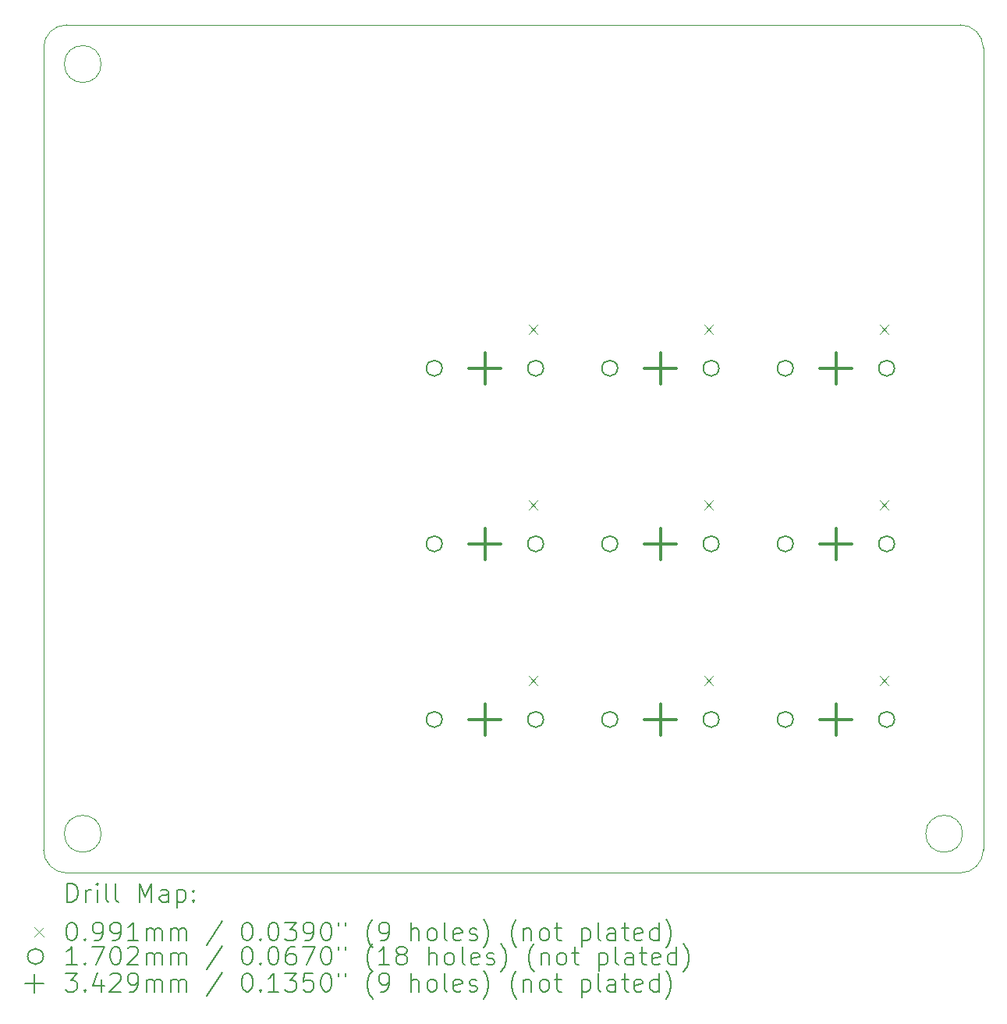
<source format=gbr>
%TF.GenerationSoftware,KiCad,Pcbnew,8.0.3*%
%TF.CreationDate,2024-07-24T11:50:29-04:00*%
%TF.ProjectId,macropad,6d616372-6f70-4616-942e-6b696361645f,1.0*%
%TF.SameCoordinates,Original*%
%TF.FileFunction,Drillmap*%
%TF.FilePolarity,Positive*%
%FSLAX45Y45*%
G04 Gerber Fmt 4.5, Leading zero omitted, Abs format (unit mm)*
G04 Created by KiCad (PCBNEW 8.0.3) date 2024-07-24 11:50:29*
%MOMM*%
%LPD*%
G01*
G04 APERTURE LIST*
%ADD10C,0.050000*%
%ADD11C,0.200000*%
%ADD12C,0.100000*%
%ADD13C,0.170180*%
%ADD14C,0.342900*%
G04 APERTURE END LIST*
D10*
X22629000Y-12825000D02*
G75*
G02*
X22229000Y-12825000I-200000J0D01*
G01*
X22229000Y-12825000D02*
G75*
G02*
X22629000Y-12825000I200000J0D01*
G01*
X13279000Y-12825000D02*
G75*
G02*
X12879000Y-12825000I-200000J0D01*
G01*
X12879000Y-12825000D02*
G75*
G02*
X13279000Y-12825000I200000J0D01*
G01*
X13279000Y-4475000D02*
G75*
G02*
X12879000Y-4475000I-200000J0D01*
G01*
X12879000Y-4475000D02*
G75*
G02*
X13279000Y-4475000I200000J0D01*
G01*
X22854000Y-13000000D02*
G75*
G02*
X22604000Y-13250000I-250000J0D01*
G01*
X22604000Y-4050000D02*
G75*
G02*
X22854000Y-4300000I0J-250000D01*
G01*
X12904000Y-13250000D02*
G75*
G02*
X12654000Y-13000000I0J250000D01*
G01*
X12654000Y-4300000D02*
G75*
G02*
X12904000Y-4050000I250000J0D01*
G01*
X22854000Y-4300000D02*
X22854000Y-13000000D01*
X22604000Y-13250000D02*
X12904000Y-13250000D01*
X12904000Y-4050000D02*
X22604000Y-4050000D01*
X12654000Y-13000000D02*
X12654000Y-4300000D01*
D11*
D12*
X17917470Y-7305470D02*
X18016530Y-7404530D01*
X18016530Y-7305470D02*
X17917470Y-7404530D01*
X17917470Y-9210470D02*
X18016530Y-9309530D01*
X18016530Y-9210470D02*
X17917470Y-9309530D01*
X17917470Y-11115470D02*
X18016530Y-11214530D01*
X18016530Y-11115470D02*
X17917470Y-11214530D01*
X19822470Y-7305470D02*
X19921530Y-7404530D01*
X19921530Y-7305470D02*
X19822470Y-7404530D01*
X19822470Y-9210470D02*
X19921530Y-9309530D01*
X19921530Y-9210470D02*
X19822470Y-9309530D01*
X19822470Y-11115470D02*
X19921530Y-11214530D01*
X19921530Y-11115470D02*
X19822470Y-11214530D01*
X21727470Y-7305470D02*
X21826530Y-7404530D01*
X21826530Y-7305470D02*
X21727470Y-7404530D01*
X21727470Y-9210470D02*
X21826530Y-9309530D01*
X21826530Y-9210470D02*
X21727470Y-9309530D01*
X21727470Y-11115470D02*
X21826530Y-11214530D01*
X21826530Y-11115470D02*
X21727470Y-11214530D01*
D13*
X16980090Y-7775000D02*
G75*
G02*
X16809910Y-7775000I-85090J0D01*
G01*
X16809910Y-7775000D02*
G75*
G02*
X16980090Y-7775000I85090J0D01*
G01*
X16980090Y-9680000D02*
G75*
G02*
X16809910Y-9680000I-85090J0D01*
G01*
X16809910Y-9680000D02*
G75*
G02*
X16980090Y-9680000I85090J0D01*
G01*
X16980090Y-11585000D02*
G75*
G02*
X16809910Y-11585000I-85090J0D01*
G01*
X16809910Y-11585000D02*
G75*
G02*
X16980090Y-11585000I85090J0D01*
G01*
X18080090Y-7775000D02*
G75*
G02*
X17909910Y-7775000I-85090J0D01*
G01*
X17909910Y-7775000D02*
G75*
G02*
X18080090Y-7775000I85090J0D01*
G01*
X18080090Y-9680000D02*
G75*
G02*
X17909910Y-9680000I-85090J0D01*
G01*
X17909910Y-9680000D02*
G75*
G02*
X18080090Y-9680000I85090J0D01*
G01*
X18080090Y-11585000D02*
G75*
G02*
X17909910Y-11585000I-85090J0D01*
G01*
X17909910Y-11585000D02*
G75*
G02*
X18080090Y-11585000I85090J0D01*
G01*
X18885090Y-7775000D02*
G75*
G02*
X18714910Y-7775000I-85090J0D01*
G01*
X18714910Y-7775000D02*
G75*
G02*
X18885090Y-7775000I85090J0D01*
G01*
X18885090Y-9680000D02*
G75*
G02*
X18714910Y-9680000I-85090J0D01*
G01*
X18714910Y-9680000D02*
G75*
G02*
X18885090Y-9680000I85090J0D01*
G01*
X18885090Y-11585000D02*
G75*
G02*
X18714910Y-11585000I-85090J0D01*
G01*
X18714910Y-11585000D02*
G75*
G02*
X18885090Y-11585000I85090J0D01*
G01*
X19985090Y-7775000D02*
G75*
G02*
X19814910Y-7775000I-85090J0D01*
G01*
X19814910Y-7775000D02*
G75*
G02*
X19985090Y-7775000I85090J0D01*
G01*
X19985090Y-9680000D02*
G75*
G02*
X19814910Y-9680000I-85090J0D01*
G01*
X19814910Y-9680000D02*
G75*
G02*
X19985090Y-9680000I85090J0D01*
G01*
X19985090Y-11585000D02*
G75*
G02*
X19814910Y-11585000I-85090J0D01*
G01*
X19814910Y-11585000D02*
G75*
G02*
X19985090Y-11585000I85090J0D01*
G01*
X20790090Y-7775000D02*
G75*
G02*
X20619910Y-7775000I-85090J0D01*
G01*
X20619910Y-7775000D02*
G75*
G02*
X20790090Y-7775000I85090J0D01*
G01*
X20790090Y-9680000D02*
G75*
G02*
X20619910Y-9680000I-85090J0D01*
G01*
X20619910Y-9680000D02*
G75*
G02*
X20790090Y-9680000I85090J0D01*
G01*
X20790090Y-11585000D02*
G75*
G02*
X20619910Y-11585000I-85090J0D01*
G01*
X20619910Y-11585000D02*
G75*
G02*
X20790090Y-11585000I85090J0D01*
G01*
X21890090Y-7775000D02*
G75*
G02*
X21719910Y-7775000I-85090J0D01*
G01*
X21719910Y-7775000D02*
G75*
G02*
X21890090Y-7775000I85090J0D01*
G01*
X21890090Y-9680000D02*
G75*
G02*
X21719910Y-9680000I-85090J0D01*
G01*
X21719910Y-9680000D02*
G75*
G02*
X21890090Y-9680000I85090J0D01*
G01*
X21890090Y-11585000D02*
G75*
G02*
X21719910Y-11585000I-85090J0D01*
G01*
X21719910Y-11585000D02*
G75*
G02*
X21890090Y-11585000I85090J0D01*
G01*
D14*
X17445000Y-7603550D02*
X17445000Y-7946450D01*
X17273550Y-7775000D02*
X17616450Y-7775000D01*
X17445000Y-9508550D02*
X17445000Y-9851450D01*
X17273550Y-9680000D02*
X17616450Y-9680000D01*
X17445000Y-11413550D02*
X17445000Y-11756450D01*
X17273550Y-11585000D02*
X17616450Y-11585000D01*
X19350000Y-7603550D02*
X19350000Y-7946450D01*
X19178550Y-7775000D02*
X19521450Y-7775000D01*
X19350000Y-9508550D02*
X19350000Y-9851450D01*
X19178550Y-9680000D02*
X19521450Y-9680000D01*
X19350000Y-11413550D02*
X19350000Y-11756450D01*
X19178550Y-11585000D02*
X19521450Y-11585000D01*
X21255000Y-7603550D02*
X21255000Y-7946450D01*
X21083550Y-7775000D02*
X21426450Y-7775000D01*
X21255000Y-9508550D02*
X21255000Y-9851450D01*
X21083550Y-9680000D02*
X21426450Y-9680000D01*
X21255000Y-11413550D02*
X21255000Y-11756450D01*
X21083550Y-11585000D02*
X21426450Y-11585000D01*
D11*
X12912277Y-13563984D02*
X12912277Y-13363984D01*
X12912277Y-13363984D02*
X12959896Y-13363984D01*
X12959896Y-13363984D02*
X12988467Y-13373508D01*
X12988467Y-13373508D02*
X13007515Y-13392555D01*
X13007515Y-13392555D02*
X13017039Y-13411603D01*
X13017039Y-13411603D02*
X13026562Y-13449698D01*
X13026562Y-13449698D02*
X13026562Y-13478269D01*
X13026562Y-13478269D02*
X13017039Y-13516365D01*
X13017039Y-13516365D02*
X13007515Y-13535412D01*
X13007515Y-13535412D02*
X12988467Y-13554460D01*
X12988467Y-13554460D02*
X12959896Y-13563984D01*
X12959896Y-13563984D02*
X12912277Y-13563984D01*
X13112277Y-13563984D02*
X13112277Y-13430650D01*
X13112277Y-13468746D02*
X13121801Y-13449698D01*
X13121801Y-13449698D02*
X13131324Y-13440174D01*
X13131324Y-13440174D02*
X13150372Y-13430650D01*
X13150372Y-13430650D02*
X13169420Y-13430650D01*
X13236086Y-13563984D02*
X13236086Y-13430650D01*
X13236086Y-13363984D02*
X13226562Y-13373508D01*
X13226562Y-13373508D02*
X13236086Y-13383031D01*
X13236086Y-13383031D02*
X13245610Y-13373508D01*
X13245610Y-13373508D02*
X13236086Y-13363984D01*
X13236086Y-13363984D02*
X13236086Y-13383031D01*
X13359896Y-13563984D02*
X13340848Y-13554460D01*
X13340848Y-13554460D02*
X13331324Y-13535412D01*
X13331324Y-13535412D02*
X13331324Y-13363984D01*
X13464658Y-13563984D02*
X13445610Y-13554460D01*
X13445610Y-13554460D02*
X13436086Y-13535412D01*
X13436086Y-13535412D02*
X13436086Y-13363984D01*
X13693229Y-13563984D02*
X13693229Y-13363984D01*
X13693229Y-13363984D02*
X13759896Y-13506841D01*
X13759896Y-13506841D02*
X13826562Y-13363984D01*
X13826562Y-13363984D02*
X13826562Y-13563984D01*
X14007515Y-13563984D02*
X14007515Y-13459222D01*
X14007515Y-13459222D02*
X13997991Y-13440174D01*
X13997991Y-13440174D02*
X13978943Y-13430650D01*
X13978943Y-13430650D02*
X13940848Y-13430650D01*
X13940848Y-13430650D02*
X13921801Y-13440174D01*
X14007515Y-13554460D02*
X13988467Y-13563984D01*
X13988467Y-13563984D02*
X13940848Y-13563984D01*
X13940848Y-13563984D02*
X13921801Y-13554460D01*
X13921801Y-13554460D02*
X13912277Y-13535412D01*
X13912277Y-13535412D02*
X13912277Y-13516365D01*
X13912277Y-13516365D02*
X13921801Y-13497317D01*
X13921801Y-13497317D02*
X13940848Y-13487793D01*
X13940848Y-13487793D02*
X13988467Y-13487793D01*
X13988467Y-13487793D02*
X14007515Y-13478269D01*
X14102753Y-13430650D02*
X14102753Y-13630650D01*
X14102753Y-13440174D02*
X14121801Y-13430650D01*
X14121801Y-13430650D02*
X14159896Y-13430650D01*
X14159896Y-13430650D02*
X14178943Y-13440174D01*
X14178943Y-13440174D02*
X14188467Y-13449698D01*
X14188467Y-13449698D02*
X14197991Y-13468746D01*
X14197991Y-13468746D02*
X14197991Y-13525888D01*
X14197991Y-13525888D02*
X14188467Y-13544936D01*
X14188467Y-13544936D02*
X14178943Y-13554460D01*
X14178943Y-13554460D02*
X14159896Y-13563984D01*
X14159896Y-13563984D02*
X14121801Y-13563984D01*
X14121801Y-13563984D02*
X14102753Y-13554460D01*
X14283705Y-13544936D02*
X14293229Y-13554460D01*
X14293229Y-13554460D02*
X14283705Y-13563984D01*
X14283705Y-13563984D02*
X14274182Y-13554460D01*
X14274182Y-13554460D02*
X14283705Y-13544936D01*
X14283705Y-13544936D02*
X14283705Y-13563984D01*
X14283705Y-13440174D02*
X14293229Y-13449698D01*
X14293229Y-13449698D02*
X14283705Y-13459222D01*
X14283705Y-13459222D02*
X14274182Y-13449698D01*
X14274182Y-13449698D02*
X14283705Y-13440174D01*
X14283705Y-13440174D02*
X14283705Y-13459222D01*
D12*
X12552440Y-13842970D02*
X12651500Y-13942030D01*
X12651500Y-13842970D02*
X12552440Y-13942030D01*
D11*
X12950372Y-13783984D02*
X12969420Y-13783984D01*
X12969420Y-13783984D02*
X12988467Y-13793508D01*
X12988467Y-13793508D02*
X12997991Y-13803031D01*
X12997991Y-13803031D02*
X13007515Y-13822079D01*
X13007515Y-13822079D02*
X13017039Y-13860174D01*
X13017039Y-13860174D02*
X13017039Y-13907793D01*
X13017039Y-13907793D02*
X13007515Y-13945888D01*
X13007515Y-13945888D02*
X12997991Y-13964936D01*
X12997991Y-13964936D02*
X12988467Y-13974460D01*
X12988467Y-13974460D02*
X12969420Y-13983984D01*
X12969420Y-13983984D02*
X12950372Y-13983984D01*
X12950372Y-13983984D02*
X12931324Y-13974460D01*
X12931324Y-13974460D02*
X12921801Y-13964936D01*
X12921801Y-13964936D02*
X12912277Y-13945888D01*
X12912277Y-13945888D02*
X12902753Y-13907793D01*
X12902753Y-13907793D02*
X12902753Y-13860174D01*
X12902753Y-13860174D02*
X12912277Y-13822079D01*
X12912277Y-13822079D02*
X12921801Y-13803031D01*
X12921801Y-13803031D02*
X12931324Y-13793508D01*
X12931324Y-13793508D02*
X12950372Y-13783984D01*
X13102753Y-13964936D02*
X13112277Y-13974460D01*
X13112277Y-13974460D02*
X13102753Y-13983984D01*
X13102753Y-13983984D02*
X13093229Y-13974460D01*
X13093229Y-13974460D02*
X13102753Y-13964936D01*
X13102753Y-13964936D02*
X13102753Y-13983984D01*
X13207515Y-13983984D02*
X13245610Y-13983984D01*
X13245610Y-13983984D02*
X13264658Y-13974460D01*
X13264658Y-13974460D02*
X13274182Y-13964936D01*
X13274182Y-13964936D02*
X13293229Y-13936365D01*
X13293229Y-13936365D02*
X13302753Y-13898269D01*
X13302753Y-13898269D02*
X13302753Y-13822079D01*
X13302753Y-13822079D02*
X13293229Y-13803031D01*
X13293229Y-13803031D02*
X13283705Y-13793508D01*
X13283705Y-13793508D02*
X13264658Y-13783984D01*
X13264658Y-13783984D02*
X13226562Y-13783984D01*
X13226562Y-13783984D02*
X13207515Y-13793508D01*
X13207515Y-13793508D02*
X13197991Y-13803031D01*
X13197991Y-13803031D02*
X13188467Y-13822079D01*
X13188467Y-13822079D02*
X13188467Y-13869698D01*
X13188467Y-13869698D02*
X13197991Y-13888746D01*
X13197991Y-13888746D02*
X13207515Y-13898269D01*
X13207515Y-13898269D02*
X13226562Y-13907793D01*
X13226562Y-13907793D02*
X13264658Y-13907793D01*
X13264658Y-13907793D02*
X13283705Y-13898269D01*
X13283705Y-13898269D02*
X13293229Y-13888746D01*
X13293229Y-13888746D02*
X13302753Y-13869698D01*
X13397991Y-13983984D02*
X13436086Y-13983984D01*
X13436086Y-13983984D02*
X13455134Y-13974460D01*
X13455134Y-13974460D02*
X13464658Y-13964936D01*
X13464658Y-13964936D02*
X13483705Y-13936365D01*
X13483705Y-13936365D02*
X13493229Y-13898269D01*
X13493229Y-13898269D02*
X13493229Y-13822079D01*
X13493229Y-13822079D02*
X13483705Y-13803031D01*
X13483705Y-13803031D02*
X13474182Y-13793508D01*
X13474182Y-13793508D02*
X13455134Y-13783984D01*
X13455134Y-13783984D02*
X13417039Y-13783984D01*
X13417039Y-13783984D02*
X13397991Y-13793508D01*
X13397991Y-13793508D02*
X13388467Y-13803031D01*
X13388467Y-13803031D02*
X13378943Y-13822079D01*
X13378943Y-13822079D02*
X13378943Y-13869698D01*
X13378943Y-13869698D02*
X13388467Y-13888746D01*
X13388467Y-13888746D02*
X13397991Y-13898269D01*
X13397991Y-13898269D02*
X13417039Y-13907793D01*
X13417039Y-13907793D02*
X13455134Y-13907793D01*
X13455134Y-13907793D02*
X13474182Y-13898269D01*
X13474182Y-13898269D02*
X13483705Y-13888746D01*
X13483705Y-13888746D02*
X13493229Y-13869698D01*
X13683705Y-13983984D02*
X13569420Y-13983984D01*
X13626562Y-13983984D02*
X13626562Y-13783984D01*
X13626562Y-13783984D02*
X13607515Y-13812555D01*
X13607515Y-13812555D02*
X13588467Y-13831603D01*
X13588467Y-13831603D02*
X13569420Y-13841127D01*
X13769420Y-13983984D02*
X13769420Y-13850650D01*
X13769420Y-13869698D02*
X13778943Y-13860174D01*
X13778943Y-13860174D02*
X13797991Y-13850650D01*
X13797991Y-13850650D02*
X13826563Y-13850650D01*
X13826563Y-13850650D02*
X13845610Y-13860174D01*
X13845610Y-13860174D02*
X13855134Y-13879222D01*
X13855134Y-13879222D02*
X13855134Y-13983984D01*
X13855134Y-13879222D02*
X13864658Y-13860174D01*
X13864658Y-13860174D02*
X13883705Y-13850650D01*
X13883705Y-13850650D02*
X13912277Y-13850650D01*
X13912277Y-13850650D02*
X13931324Y-13860174D01*
X13931324Y-13860174D02*
X13940848Y-13879222D01*
X13940848Y-13879222D02*
X13940848Y-13983984D01*
X14036086Y-13983984D02*
X14036086Y-13850650D01*
X14036086Y-13869698D02*
X14045610Y-13860174D01*
X14045610Y-13860174D02*
X14064658Y-13850650D01*
X14064658Y-13850650D02*
X14093229Y-13850650D01*
X14093229Y-13850650D02*
X14112277Y-13860174D01*
X14112277Y-13860174D02*
X14121801Y-13879222D01*
X14121801Y-13879222D02*
X14121801Y-13983984D01*
X14121801Y-13879222D02*
X14131324Y-13860174D01*
X14131324Y-13860174D02*
X14150372Y-13850650D01*
X14150372Y-13850650D02*
X14178943Y-13850650D01*
X14178943Y-13850650D02*
X14197991Y-13860174D01*
X14197991Y-13860174D02*
X14207515Y-13879222D01*
X14207515Y-13879222D02*
X14207515Y-13983984D01*
X14597991Y-13774460D02*
X14426563Y-14031603D01*
X14855134Y-13783984D02*
X14874182Y-13783984D01*
X14874182Y-13783984D02*
X14893229Y-13793508D01*
X14893229Y-13793508D02*
X14902753Y-13803031D01*
X14902753Y-13803031D02*
X14912277Y-13822079D01*
X14912277Y-13822079D02*
X14921801Y-13860174D01*
X14921801Y-13860174D02*
X14921801Y-13907793D01*
X14921801Y-13907793D02*
X14912277Y-13945888D01*
X14912277Y-13945888D02*
X14902753Y-13964936D01*
X14902753Y-13964936D02*
X14893229Y-13974460D01*
X14893229Y-13974460D02*
X14874182Y-13983984D01*
X14874182Y-13983984D02*
X14855134Y-13983984D01*
X14855134Y-13983984D02*
X14836086Y-13974460D01*
X14836086Y-13974460D02*
X14826563Y-13964936D01*
X14826563Y-13964936D02*
X14817039Y-13945888D01*
X14817039Y-13945888D02*
X14807515Y-13907793D01*
X14807515Y-13907793D02*
X14807515Y-13860174D01*
X14807515Y-13860174D02*
X14817039Y-13822079D01*
X14817039Y-13822079D02*
X14826563Y-13803031D01*
X14826563Y-13803031D02*
X14836086Y-13793508D01*
X14836086Y-13793508D02*
X14855134Y-13783984D01*
X15007515Y-13964936D02*
X15017039Y-13974460D01*
X15017039Y-13974460D02*
X15007515Y-13983984D01*
X15007515Y-13983984D02*
X14997991Y-13974460D01*
X14997991Y-13974460D02*
X15007515Y-13964936D01*
X15007515Y-13964936D02*
X15007515Y-13983984D01*
X15140848Y-13783984D02*
X15159896Y-13783984D01*
X15159896Y-13783984D02*
X15178944Y-13793508D01*
X15178944Y-13793508D02*
X15188467Y-13803031D01*
X15188467Y-13803031D02*
X15197991Y-13822079D01*
X15197991Y-13822079D02*
X15207515Y-13860174D01*
X15207515Y-13860174D02*
X15207515Y-13907793D01*
X15207515Y-13907793D02*
X15197991Y-13945888D01*
X15197991Y-13945888D02*
X15188467Y-13964936D01*
X15188467Y-13964936D02*
X15178944Y-13974460D01*
X15178944Y-13974460D02*
X15159896Y-13983984D01*
X15159896Y-13983984D02*
X15140848Y-13983984D01*
X15140848Y-13983984D02*
X15121801Y-13974460D01*
X15121801Y-13974460D02*
X15112277Y-13964936D01*
X15112277Y-13964936D02*
X15102753Y-13945888D01*
X15102753Y-13945888D02*
X15093229Y-13907793D01*
X15093229Y-13907793D02*
X15093229Y-13860174D01*
X15093229Y-13860174D02*
X15102753Y-13822079D01*
X15102753Y-13822079D02*
X15112277Y-13803031D01*
X15112277Y-13803031D02*
X15121801Y-13793508D01*
X15121801Y-13793508D02*
X15140848Y-13783984D01*
X15274182Y-13783984D02*
X15397991Y-13783984D01*
X15397991Y-13783984D02*
X15331325Y-13860174D01*
X15331325Y-13860174D02*
X15359896Y-13860174D01*
X15359896Y-13860174D02*
X15378944Y-13869698D01*
X15378944Y-13869698D02*
X15388467Y-13879222D01*
X15388467Y-13879222D02*
X15397991Y-13898269D01*
X15397991Y-13898269D02*
X15397991Y-13945888D01*
X15397991Y-13945888D02*
X15388467Y-13964936D01*
X15388467Y-13964936D02*
X15378944Y-13974460D01*
X15378944Y-13974460D02*
X15359896Y-13983984D01*
X15359896Y-13983984D02*
X15302753Y-13983984D01*
X15302753Y-13983984D02*
X15283706Y-13974460D01*
X15283706Y-13974460D02*
X15274182Y-13964936D01*
X15493229Y-13983984D02*
X15531325Y-13983984D01*
X15531325Y-13983984D02*
X15550372Y-13974460D01*
X15550372Y-13974460D02*
X15559896Y-13964936D01*
X15559896Y-13964936D02*
X15578944Y-13936365D01*
X15578944Y-13936365D02*
X15588467Y-13898269D01*
X15588467Y-13898269D02*
X15588467Y-13822079D01*
X15588467Y-13822079D02*
X15578944Y-13803031D01*
X15578944Y-13803031D02*
X15569420Y-13793508D01*
X15569420Y-13793508D02*
X15550372Y-13783984D01*
X15550372Y-13783984D02*
X15512277Y-13783984D01*
X15512277Y-13783984D02*
X15493229Y-13793508D01*
X15493229Y-13793508D02*
X15483706Y-13803031D01*
X15483706Y-13803031D02*
X15474182Y-13822079D01*
X15474182Y-13822079D02*
X15474182Y-13869698D01*
X15474182Y-13869698D02*
X15483706Y-13888746D01*
X15483706Y-13888746D02*
X15493229Y-13898269D01*
X15493229Y-13898269D02*
X15512277Y-13907793D01*
X15512277Y-13907793D02*
X15550372Y-13907793D01*
X15550372Y-13907793D02*
X15569420Y-13898269D01*
X15569420Y-13898269D02*
X15578944Y-13888746D01*
X15578944Y-13888746D02*
X15588467Y-13869698D01*
X15712277Y-13783984D02*
X15731325Y-13783984D01*
X15731325Y-13783984D02*
X15750372Y-13793508D01*
X15750372Y-13793508D02*
X15759896Y-13803031D01*
X15759896Y-13803031D02*
X15769420Y-13822079D01*
X15769420Y-13822079D02*
X15778944Y-13860174D01*
X15778944Y-13860174D02*
X15778944Y-13907793D01*
X15778944Y-13907793D02*
X15769420Y-13945888D01*
X15769420Y-13945888D02*
X15759896Y-13964936D01*
X15759896Y-13964936D02*
X15750372Y-13974460D01*
X15750372Y-13974460D02*
X15731325Y-13983984D01*
X15731325Y-13983984D02*
X15712277Y-13983984D01*
X15712277Y-13983984D02*
X15693229Y-13974460D01*
X15693229Y-13974460D02*
X15683706Y-13964936D01*
X15683706Y-13964936D02*
X15674182Y-13945888D01*
X15674182Y-13945888D02*
X15664658Y-13907793D01*
X15664658Y-13907793D02*
X15664658Y-13860174D01*
X15664658Y-13860174D02*
X15674182Y-13822079D01*
X15674182Y-13822079D02*
X15683706Y-13803031D01*
X15683706Y-13803031D02*
X15693229Y-13793508D01*
X15693229Y-13793508D02*
X15712277Y-13783984D01*
X15855134Y-13783984D02*
X15855134Y-13822079D01*
X15931325Y-13783984D02*
X15931325Y-13822079D01*
X16226563Y-14060174D02*
X16217039Y-14050650D01*
X16217039Y-14050650D02*
X16197991Y-14022079D01*
X16197991Y-14022079D02*
X16188468Y-14003031D01*
X16188468Y-14003031D02*
X16178944Y-13974460D01*
X16178944Y-13974460D02*
X16169420Y-13926841D01*
X16169420Y-13926841D02*
X16169420Y-13888746D01*
X16169420Y-13888746D02*
X16178944Y-13841127D01*
X16178944Y-13841127D02*
X16188468Y-13812555D01*
X16188468Y-13812555D02*
X16197991Y-13793508D01*
X16197991Y-13793508D02*
X16217039Y-13764936D01*
X16217039Y-13764936D02*
X16226563Y-13755412D01*
X16312277Y-13983984D02*
X16350372Y-13983984D01*
X16350372Y-13983984D02*
X16369420Y-13974460D01*
X16369420Y-13974460D02*
X16378944Y-13964936D01*
X16378944Y-13964936D02*
X16397991Y-13936365D01*
X16397991Y-13936365D02*
X16407515Y-13898269D01*
X16407515Y-13898269D02*
X16407515Y-13822079D01*
X16407515Y-13822079D02*
X16397991Y-13803031D01*
X16397991Y-13803031D02*
X16388468Y-13793508D01*
X16388468Y-13793508D02*
X16369420Y-13783984D01*
X16369420Y-13783984D02*
X16331325Y-13783984D01*
X16331325Y-13783984D02*
X16312277Y-13793508D01*
X16312277Y-13793508D02*
X16302753Y-13803031D01*
X16302753Y-13803031D02*
X16293229Y-13822079D01*
X16293229Y-13822079D02*
X16293229Y-13869698D01*
X16293229Y-13869698D02*
X16302753Y-13888746D01*
X16302753Y-13888746D02*
X16312277Y-13898269D01*
X16312277Y-13898269D02*
X16331325Y-13907793D01*
X16331325Y-13907793D02*
X16369420Y-13907793D01*
X16369420Y-13907793D02*
X16388468Y-13898269D01*
X16388468Y-13898269D02*
X16397991Y-13888746D01*
X16397991Y-13888746D02*
X16407515Y-13869698D01*
X16645610Y-13983984D02*
X16645610Y-13783984D01*
X16731325Y-13983984D02*
X16731325Y-13879222D01*
X16731325Y-13879222D02*
X16721801Y-13860174D01*
X16721801Y-13860174D02*
X16702753Y-13850650D01*
X16702753Y-13850650D02*
X16674182Y-13850650D01*
X16674182Y-13850650D02*
X16655134Y-13860174D01*
X16655134Y-13860174D02*
X16645610Y-13869698D01*
X16855134Y-13983984D02*
X16836087Y-13974460D01*
X16836087Y-13974460D02*
X16826563Y-13964936D01*
X16826563Y-13964936D02*
X16817039Y-13945888D01*
X16817039Y-13945888D02*
X16817039Y-13888746D01*
X16817039Y-13888746D02*
X16826563Y-13869698D01*
X16826563Y-13869698D02*
X16836087Y-13860174D01*
X16836087Y-13860174D02*
X16855134Y-13850650D01*
X16855134Y-13850650D02*
X16883706Y-13850650D01*
X16883706Y-13850650D02*
X16902753Y-13860174D01*
X16902753Y-13860174D02*
X16912277Y-13869698D01*
X16912277Y-13869698D02*
X16921801Y-13888746D01*
X16921801Y-13888746D02*
X16921801Y-13945888D01*
X16921801Y-13945888D02*
X16912277Y-13964936D01*
X16912277Y-13964936D02*
X16902753Y-13974460D01*
X16902753Y-13974460D02*
X16883706Y-13983984D01*
X16883706Y-13983984D02*
X16855134Y-13983984D01*
X17036087Y-13983984D02*
X17017039Y-13974460D01*
X17017039Y-13974460D02*
X17007515Y-13955412D01*
X17007515Y-13955412D02*
X17007515Y-13783984D01*
X17188468Y-13974460D02*
X17169420Y-13983984D01*
X17169420Y-13983984D02*
X17131325Y-13983984D01*
X17131325Y-13983984D02*
X17112277Y-13974460D01*
X17112277Y-13974460D02*
X17102753Y-13955412D01*
X17102753Y-13955412D02*
X17102753Y-13879222D01*
X17102753Y-13879222D02*
X17112277Y-13860174D01*
X17112277Y-13860174D02*
X17131325Y-13850650D01*
X17131325Y-13850650D02*
X17169420Y-13850650D01*
X17169420Y-13850650D02*
X17188468Y-13860174D01*
X17188468Y-13860174D02*
X17197992Y-13879222D01*
X17197992Y-13879222D02*
X17197992Y-13898269D01*
X17197992Y-13898269D02*
X17102753Y-13917317D01*
X17274182Y-13974460D02*
X17293230Y-13983984D01*
X17293230Y-13983984D02*
X17331325Y-13983984D01*
X17331325Y-13983984D02*
X17350373Y-13974460D01*
X17350373Y-13974460D02*
X17359896Y-13955412D01*
X17359896Y-13955412D02*
X17359896Y-13945888D01*
X17359896Y-13945888D02*
X17350373Y-13926841D01*
X17350373Y-13926841D02*
X17331325Y-13917317D01*
X17331325Y-13917317D02*
X17302753Y-13917317D01*
X17302753Y-13917317D02*
X17283706Y-13907793D01*
X17283706Y-13907793D02*
X17274182Y-13888746D01*
X17274182Y-13888746D02*
X17274182Y-13879222D01*
X17274182Y-13879222D02*
X17283706Y-13860174D01*
X17283706Y-13860174D02*
X17302753Y-13850650D01*
X17302753Y-13850650D02*
X17331325Y-13850650D01*
X17331325Y-13850650D02*
X17350373Y-13860174D01*
X17426563Y-14060174D02*
X17436087Y-14050650D01*
X17436087Y-14050650D02*
X17455134Y-14022079D01*
X17455134Y-14022079D02*
X17464658Y-14003031D01*
X17464658Y-14003031D02*
X17474182Y-13974460D01*
X17474182Y-13974460D02*
X17483706Y-13926841D01*
X17483706Y-13926841D02*
X17483706Y-13888746D01*
X17483706Y-13888746D02*
X17474182Y-13841127D01*
X17474182Y-13841127D02*
X17464658Y-13812555D01*
X17464658Y-13812555D02*
X17455134Y-13793508D01*
X17455134Y-13793508D02*
X17436087Y-13764936D01*
X17436087Y-13764936D02*
X17426563Y-13755412D01*
X17788468Y-14060174D02*
X17778944Y-14050650D01*
X17778944Y-14050650D02*
X17759896Y-14022079D01*
X17759896Y-14022079D02*
X17750373Y-14003031D01*
X17750373Y-14003031D02*
X17740849Y-13974460D01*
X17740849Y-13974460D02*
X17731325Y-13926841D01*
X17731325Y-13926841D02*
X17731325Y-13888746D01*
X17731325Y-13888746D02*
X17740849Y-13841127D01*
X17740849Y-13841127D02*
X17750373Y-13812555D01*
X17750373Y-13812555D02*
X17759896Y-13793508D01*
X17759896Y-13793508D02*
X17778944Y-13764936D01*
X17778944Y-13764936D02*
X17788468Y-13755412D01*
X17864658Y-13850650D02*
X17864658Y-13983984D01*
X17864658Y-13869698D02*
X17874182Y-13860174D01*
X17874182Y-13860174D02*
X17893230Y-13850650D01*
X17893230Y-13850650D02*
X17921801Y-13850650D01*
X17921801Y-13850650D02*
X17940849Y-13860174D01*
X17940849Y-13860174D02*
X17950373Y-13879222D01*
X17950373Y-13879222D02*
X17950373Y-13983984D01*
X18074182Y-13983984D02*
X18055134Y-13974460D01*
X18055134Y-13974460D02*
X18045611Y-13964936D01*
X18045611Y-13964936D02*
X18036087Y-13945888D01*
X18036087Y-13945888D02*
X18036087Y-13888746D01*
X18036087Y-13888746D02*
X18045611Y-13869698D01*
X18045611Y-13869698D02*
X18055134Y-13860174D01*
X18055134Y-13860174D02*
X18074182Y-13850650D01*
X18074182Y-13850650D02*
X18102754Y-13850650D01*
X18102754Y-13850650D02*
X18121801Y-13860174D01*
X18121801Y-13860174D02*
X18131325Y-13869698D01*
X18131325Y-13869698D02*
X18140849Y-13888746D01*
X18140849Y-13888746D02*
X18140849Y-13945888D01*
X18140849Y-13945888D02*
X18131325Y-13964936D01*
X18131325Y-13964936D02*
X18121801Y-13974460D01*
X18121801Y-13974460D02*
X18102754Y-13983984D01*
X18102754Y-13983984D02*
X18074182Y-13983984D01*
X18197992Y-13850650D02*
X18274182Y-13850650D01*
X18226563Y-13783984D02*
X18226563Y-13955412D01*
X18226563Y-13955412D02*
X18236087Y-13974460D01*
X18236087Y-13974460D02*
X18255134Y-13983984D01*
X18255134Y-13983984D02*
X18274182Y-13983984D01*
X18493230Y-13850650D02*
X18493230Y-14050650D01*
X18493230Y-13860174D02*
X18512277Y-13850650D01*
X18512277Y-13850650D02*
X18550373Y-13850650D01*
X18550373Y-13850650D02*
X18569420Y-13860174D01*
X18569420Y-13860174D02*
X18578944Y-13869698D01*
X18578944Y-13869698D02*
X18588468Y-13888746D01*
X18588468Y-13888746D02*
X18588468Y-13945888D01*
X18588468Y-13945888D02*
X18578944Y-13964936D01*
X18578944Y-13964936D02*
X18569420Y-13974460D01*
X18569420Y-13974460D02*
X18550373Y-13983984D01*
X18550373Y-13983984D02*
X18512277Y-13983984D01*
X18512277Y-13983984D02*
X18493230Y-13974460D01*
X18702754Y-13983984D02*
X18683706Y-13974460D01*
X18683706Y-13974460D02*
X18674182Y-13955412D01*
X18674182Y-13955412D02*
X18674182Y-13783984D01*
X18864658Y-13983984D02*
X18864658Y-13879222D01*
X18864658Y-13879222D02*
X18855135Y-13860174D01*
X18855135Y-13860174D02*
X18836087Y-13850650D01*
X18836087Y-13850650D02*
X18797992Y-13850650D01*
X18797992Y-13850650D02*
X18778944Y-13860174D01*
X18864658Y-13974460D02*
X18845611Y-13983984D01*
X18845611Y-13983984D02*
X18797992Y-13983984D01*
X18797992Y-13983984D02*
X18778944Y-13974460D01*
X18778944Y-13974460D02*
X18769420Y-13955412D01*
X18769420Y-13955412D02*
X18769420Y-13936365D01*
X18769420Y-13936365D02*
X18778944Y-13917317D01*
X18778944Y-13917317D02*
X18797992Y-13907793D01*
X18797992Y-13907793D02*
X18845611Y-13907793D01*
X18845611Y-13907793D02*
X18864658Y-13898269D01*
X18931325Y-13850650D02*
X19007515Y-13850650D01*
X18959896Y-13783984D02*
X18959896Y-13955412D01*
X18959896Y-13955412D02*
X18969420Y-13974460D01*
X18969420Y-13974460D02*
X18988468Y-13983984D01*
X18988468Y-13983984D02*
X19007515Y-13983984D01*
X19150373Y-13974460D02*
X19131325Y-13983984D01*
X19131325Y-13983984D02*
X19093230Y-13983984D01*
X19093230Y-13983984D02*
X19074182Y-13974460D01*
X19074182Y-13974460D02*
X19064658Y-13955412D01*
X19064658Y-13955412D02*
X19064658Y-13879222D01*
X19064658Y-13879222D02*
X19074182Y-13860174D01*
X19074182Y-13860174D02*
X19093230Y-13850650D01*
X19093230Y-13850650D02*
X19131325Y-13850650D01*
X19131325Y-13850650D02*
X19150373Y-13860174D01*
X19150373Y-13860174D02*
X19159896Y-13879222D01*
X19159896Y-13879222D02*
X19159896Y-13898269D01*
X19159896Y-13898269D02*
X19064658Y-13917317D01*
X19331325Y-13983984D02*
X19331325Y-13783984D01*
X19331325Y-13974460D02*
X19312277Y-13983984D01*
X19312277Y-13983984D02*
X19274182Y-13983984D01*
X19274182Y-13983984D02*
X19255135Y-13974460D01*
X19255135Y-13974460D02*
X19245611Y-13964936D01*
X19245611Y-13964936D02*
X19236087Y-13945888D01*
X19236087Y-13945888D02*
X19236087Y-13888746D01*
X19236087Y-13888746D02*
X19245611Y-13869698D01*
X19245611Y-13869698D02*
X19255135Y-13860174D01*
X19255135Y-13860174D02*
X19274182Y-13850650D01*
X19274182Y-13850650D02*
X19312277Y-13850650D01*
X19312277Y-13850650D02*
X19331325Y-13860174D01*
X19407516Y-14060174D02*
X19417039Y-14050650D01*
X19417039Y-14050650D02*
X19436087Y-14022079D01*
X19436087Y-14022079D02*
X19445611Y-14003031D01*
X19445611Y-14003031D02*
X19455135Y-13974460D01*
X19455135Y-13974460D02*
X19464658Y-13926841D01*
X19464658Y-13926841D02*
X19464658Y-13888746D01*
X19464658Y-13888746D02*
X19455135Y-13841127D01*
X19455135Y-13841127D02*
X19445611Y-13812555D01*
X19445611Y-13812555D02*
X19436087Y-13793508D01*
X19436087Y-13793508D02*
X19417039Y-13764936D01*
X19417039Y-13764936D02*
X19407516Y-13755412D01*
D13*
X12651500Y-14156500D02*
G75*
G02*
X12481320Y-14156500I-85090J0D01*
G01*
X12481320Y-14156500D02*
G75*
G02*
X12651500Y-14156500I85090J0D01*
G01*
D11*
X13017039Y-14247984D02*
X12902753Y-14247984D01*
X12959896Y-14247984D02*
X12959896Y-14047984D01*
X12959896Y-14047984D02*
X12940848Y-14076555D01*
X12940848Y-14076555D02*
X12921801Y-14095603D01*
X12921801Y-14095603D02*
X12902753Y-14105127D01*
X13102753Y-14228936D02*
X13112277Y-14238460D01*
X13112277Y-14238460D02*
X13102753Y-14247984D01*
X13102753Y-14247984D02*
X13093229Y-14238460D01*
X13093229Y-14238460D02*
X13102753Y-14228936D01*
X13102753Y-14228936D02*
X13102753Y-14247984D01*
X13178943Y-14047984D02*
X13312277Y-14047984D01*
X13312277Y-14047984D02*
X13226562Y-14247984D01*
X13426562Y-14047984D02*
X13445610Y-14047984D01*
X13445610Y-14047984D02*
X13464658Y-14057508D01*
X13464658Y-14057508D02*
X13474182Y-14067031D01*
X13474182Y-14067031D02*
X13483705Y-14086079D01*
X13483705Y-14086079D02*
X13493229Y-14124174D01*
X13493229Y-14124174D02*
X13493229Y-14171793D01*
X13493229Y-14171793D02*
X13483705Y-14209888D01*
X13483705Y-14209888D02*
X13474182Y-14228936D01*
X13474182Y-14228936D02*
X13464658Y-14238460D01*
X13464658Y-14238460D02*
X13445610Y-14247984D01*
X13445610Y-14247984D02*
X13426562Y-14247984D01*
X13426562Y-14247984D02*
X13407515Y-14238460D01*
X13407515Y-14238460D02*
X13397991Y-14228936D01*
X13397991Y-14228936D02*
X13388467Y-14209888D01*
X13388467Y-14209888D02*
X13378943Y-14171793D01*
X13378943Y-14171793D02*
X13378943Y-14124174D01*
X13378943Y-14124174D02*
X13388467Y-14086079D01*
X13388467Y-14086079D02*
X13397991Y-14067031D01*
X13397991Y-14067031D02*
X13407515Y-14057508D01*
X13407515Y-14057508D02*
X13426562Y-14047984D01*
X13569420Y-14067031D02*
X13578943Y-14057508D01*
X13578943Y-14057508D02*
X13597991Y-14047984D01*
X13597991Y-14047984D02*
X13645610Y-14047984D01*
X13645610Y-14047984D02*
X13664658Y-14057508D01*
X13664658Y-14057508D02*
X13674182Y-14067031D01*
X13674182Y-14067031D02*
X13683705Y-14086079D01*
X13683705Y-14086079D02*
X13683705Y-14105127D01*
X13683705Y-14105127D02*
X13674182Y-14133698D01*
X13674182Y-14133698D02*
X13559896Y-14247984D01*
X13559896Y-14247984D02*
X13683705Y-14247984D01*
X13769420Y-14247984D02*
X13769420Y-14114650D01*
X13769420Y-14133698D02*
X13778943Y-14124174D01*
X13778943Y-14124174D02*
X13797991Y-14114650D01*
X13797991Y-14114650D02*
X13826563Y-14114650D01*
X13826563Y-14114650D02*
X13845610Y-14124174D01*
X13845610Y-14124174D02*
X13855134Y-14143222D01*
X13855134Y-14143222D02*
X13855134Y-14247984D01*
X13855134Y-14143222D02*
X13864658Y-14124174D01*
X13864658Y-14124174D02*
X13883705Y-14114650D01*
X13883705Y-14114650D02*
X13912277Y-14114650D01*
X13912277Y-14114650D02*
X13931324Y-14124174D01*
X13931324Y-14124174D02*
X13940848Y-14143222D01*
X13940848Y-14143222D02*
X13940848Y-14247984D01*
X14036086Y-14247984D02*
X14036086Y-14114650D01*
X14036086Y-14133698D02*
X14045610Y-14124174D01*
X14045610Y-14124174D02*
X14064658Y-14114650D01*
X14064658Y-14114650D02*
X14093229Y-14114650D01*
X14093229Y-14114650D02*
X14112277Y-14124174D01*
X14112277Y-14124174D02*
X14121801Y-14143222D01*
X14121801Y-14143222D02*
X14121801Y-14247984D01*
X14121801Y-14143222D02*
X14131324Y-14124174D01*
X14131324Y-14124174D02*
X14150372Y-14114650D01*
X14150372Y-14114650D02*
X14178943Y-14114650D01*
X14178943Y-14114650D02*
X14197991Y-14124174D01*
X14197991Y-14124174D02*
X14207515Y-14143222D01*
X14207515Y-14143222D02*
X14207515Y-14247984D01*
X14597991Y-14038460D02*
X14426563Y-14295603D01*
X14855134Y-14047984D02*
X14874182Y-14047984D01*
X14874182Y-14047984D02*
X14893229Y-14057508D01*
X14893229Y-14057508D02*
X14902753Y-14067031D01*
X14902753Y-14067031D02*
X14912277Y-14086079D01*
X14912277Y-14086079D02*
X14921801Y-14124174D01*
X14921801Y-14124174D02*
X14921801Y-14171793D01*
X14921801Y-14171793D02*
X14912277Y-14209888D01*
X14912277Y-14209888D02*
X14902753Y-14228936D01*
X14902753Y-14228936D02*
X14893229Y-14238460D01*
X14893229Y-14238460D02*
X14874182Y-14247984D01*
X14874182Y-14247984D02*
X14855134Y-14247984D01*
X14855134Y-14247984D02*
X14836086Y-14238460D01*
X14836086Y-14238460D02*
X14826563Y-14228936D01*
X14826563Y-14228936D02*
X14817039Y-14209888D01*
X14817039Y-14209888D02*
X14807515Y-14171793D01*
X14807515Y-14171793D02*
X14807515Y-14124174D01*
X14807515Y-14124174D02*
X14817039Y-14086079D01*
X14817039Y-14086079D02*
X14826563Y-14067031D01*
X14826563Y-14067031D02*
X14836086Y-14057508D01*
X14836086Y-14057508D02*
X14855134Y-14047984D01*
X15007515Y-14228936D02*
X15017039Y-14238460D01*
X15017039Y-14238460D02*
X15007515Y-14247984D01*
X15007515Y-14247984D02*
X14997991Y-14238460D01*
X14997991Y-14238460D02*
X15007515Y-14228936D01*
X15007515Y-14228936D02*
X15007515Y-14247984D01*
X15140848Y-14047984D02*
X15159896Y-14047984D01*
X15159896Y-14047984D02*
X15178944Y-14057508D01*
X15178944Y-14057508D02*
X15188467Y-14067031D01*
X15188467Y-14067031D02*
X15197991Y-14086079D01*
X15197991Y-14086079D02*
X15207515Y-14124174D01*
X15207515Y-14124174D02*
X15207515Y-14171793D01*
X15207515Y-14171793D02*
X15197991Y-14209888D01*
X15197991Y-14209888D02*
X15188467Y-14228936D01*
X15188467Y-14228936D02*
X15178944Y-14238460D01*
X15178944Y-14238460D02*
X15159896Y-14247984D01*
X15159896Y-14247984D02*
X15140848Y-14247984D01*
X15140848Y-14247984D02*
X15121801Y-14238460D01*
X15121801Y-14238460D02*
X15112277Y-14228936D01*
X15112277Y-14228936D02*
X15102753Y-14209888D01*
X15102753Y-14209888D02*
X15093229Y-14171793D01*
X15093229Y-14171793D02*
X15093229Y-14124174D01*
X15093229Y-14124174D02*
X15102753Y-14086079D01*
X15102753Y-14086079D02*
X15112277Y-14067031D01*
X15112277Y-14067031D02*
X15121801Y-14057508D01*
X15121801Y-14057508D02*
X15140848Y-14047984D01*
X15378944Y-14047984D02*
X15340848Y-14047984D01*
X15340848Y-14047984D02*
X15321801Y-14057508D01*
X15321801Y-14057508D02*
X15312277Y-14067031D01*
X15312277Y-14067031D02*
X15293229Y-14095603D01*
X15293229Y-14095603D02*
X15283706Y-14133698D01*
X15283706Y-14133698D02*
X15283706Y-14209888D01*
X15283706Y-14209888D02*
X15293229Y-14228936D01*
X15293229Y-14228936D02*
X15302753Y-14238460D01*
X15302753Y-14238460D02*
X15321801Y-14247984D01*
X15321801Y-14247984D02*
X15359896Y-14247984D01*
X15359896Y-14247984D02*
X15378944Y-14238460D01*
X15378944Y-14238460D02*
X15388467Y-14228936D01*
X15388467Y-14228936D02*
X15397991Y-14209888D01*
X15397991Y-14209888D02*
X15397991Y-14162269D01*
X15397991Y-14162269D02*
X15388467Y-14143222D01*
X15388467Y-14143222D02*
X15378944Y-14133698D01*
X15378944Y-14133698D02*
X15359896Y-14124174D01*
X15359896Y-14124174D02*
X15321801Y-14124174D01*
X15321801Y-14124174D02*
X15302753Y-14133698D01*
X15302753Y-14133698D02*
X15293229Y-14143222D01*
X15293229Y-14143222D02*
X15283706Y-14162269D01*
X15464658Y-14047984D02*
X15597991Y-14047984D01*
X15597991Y-14047984D02*
X15512277Y-14247984D01*
X15712277Y-14047984D02*
X15731325Y-14047984D01*
X15731325Y-14047984D02*
X15750372Y-14057508D01*
X15750372Y-14057508D02*
X15759896Y-14067031D01*
X15759896Y-14067031D02*
X15769420Y-14086079D01*
X15769420Y-14086079D02*
X15778944Y-14124174D01*
X15778944Y-14124174D02*
X15778944Y-14171793D01*
X15778944Y-14171793D02*
X15769420Y-14209888D01*
X15769420Y-14209888D02*
X15759896Y-14228936D01*
X15759896Y-14228936D02*
X15750372Y-14238460D01*
X15750372Y-14238460D02*
X15731325Y-14247984D01*
X15731325Y-14247984D02*
X15712277Y-14247984D01*
X15712277Y-14247984D02*
X15693229Y-14238460D01*
X15693229Y-14238460D02*
X15683706Y-14228936D01*
X15683706Y-14228936D02*
X15674182Y-14209888D01*
X15674182Y-14209888D02*
X15664658Y-14171793D01*
X15664658Y-14171793D02*
X15664658Y-14124174D01*
X15664658Y-14124174D02*
X15674182Y-14086079D01*
X15674182Y-14086079D02*
X15683706Y-14067031D01*
X15683706Y-14067031D02*
X15693229Y-14057508D01*
X15693229Y-14057508D02*
X15712277Y-14047984D01*
X15855134Y-14047984D02*
X15855134Y-14086079D01*
X15931325Y-14047984D02*
X15931325Y-14086079D01*
X16226563Y-14324174D02*
X16217039Y-14314650D01*
X16217039Y-14314650D02*
X16197991Y-14286079D01*
X16197991Y-14286079D02*
X16188468Y-14267031D01*
X16188468Y-14267031D02*
X16178944Y-14238460D01*
X16178944Y-14238460D02*
X16169420Y-14190841D01*
X16169420Y-14190841D02*
X16169420Y-14152746D01*
X16169420Y-14152746D02*
X16178944Y-14105127D01*
X16178944Y-14105127D02*
X16188468Y-14076555D01*
X16188468Y-14076555D02*
X16197991Y-14057508D01*
X16197991Y-14057508D02*
X16217039Y-14028936D01*
X16217039Y-14028936D02*
X16226563Y-14019412D01*
X16407515Y-14247984D02*
X16293229Y-14247984D01*
X16350372Y-14247984D02*
X16350372Y-14047984D01*
X16350372Y-14047984D02*
X16331325Y-14076555D01*
X16331325Y-14076555D02*
X16312277Y-14095603D01*
X16312277Y-14095603D02*
X16293229Y-14105127D01*
X16521801Y-14133698D02*
X16502753Y-14124174D01*
X16502753Y-14124174D02*
X16493229Y-14114650D01*
X16493229Y-14114650D02*
X16483706Y-14095603D01*
X16483706Y-14095603D02*
X16483706Y-14086079D01*
X16483706Y-14086079D02*
X16493229Y-14067031D01*
X16493229Y-14067031D02*
X16502753Y-14057508D01*
X16502753Y-14057508D02*
X16521801Y-14047984D01*
X16521801Y-14047984D02*
X16559896Y-14047984D01*
X16559896Y-14047984D02*
X16578944Y-14057508D01*
X16578944Y-14057508D02*
X16588468Y-14067031D01*
X16588468Y-14067031D02*
X16597991Y-14086079D01*
X16597991Y-14086079D02*
X16597991Y-14095603D01*
X16597991Y-14095603D02*
X16588468Y-14114650D01*
X16588468Y-14114650D02*
X16578944Y-14124174D01*
X16578944Y-14124174D02*
X16559896Y-14133698D01*
X16559896Y-14133698D02*
X16521801Y-14133698D01*
X16521801Y-14133698D02*
X16502753Y-14143222D01*
X16502753Y-14143222D02*
X16493229Y-14152746D01*
X16493229Y-14152746D02*
X16483706Y-14171793D01*
X16483706Y-14171793D02*
X16483706Y-14209888D01*
X16483706Y-14209888D02*
X16493229Y-14228936D01*
X16493229Y-14228936D02*
X16502753Y-14238460D01*
X16502753Y-14238460D02*
X16521801Y-14247984D01*
X16521801Y-14247984D02*
X16559896Y-14247984D01*
X16559896Y-14247984D02*
X16578944Y-14238460D01*
X16578944Y-14238460D02*
X16588468Y-14228936D01*
X16588468Y-14228936D02*
X16597991Y-14209888D01*
X16597991Y-14209888D02*
X16597991Y-14171793D01*
X16597991Y-14171793D02*
X16588468Y-14152746D01*
X16588468Y-14152746D02*
X16578944Y-14143222D01*
X16578944Y-14143222D02*
X16559896Y-14133698D01*
X16836087Y-14247984D02*
X16836087Y-14047984D01*
X16921801Y-14247984D02*
X16921801Y-14143222D01*
X16921801Y-14143222D02*
X16912277Y-14124174D01*
X16912277Y-14124174D02*
X16893230Y-14114650D01*
X16893230Y-14114650D02*
X16864658Y-14114650D01*
X16864658Y-14114650D02*
X16845611Y-14124174D01*
X16845611Y-14124174D02*
X16836087Y-14133698D01*
X17045611Y-14247984D02*
X17026563Y-14238460D01*
X17026563Y-14238460D02*
X17017039Y-14228936D01*
X17017039Y-14228936D02*
X17007515Y-14209888D01*
X17007515Y-14209888D02*
X17007515Y-14152746D01*
X17007515Y-14152746D02*
X17017039Y-14133698D01*
X17017039Y-14133698D02*
X17026563Y-14124174D01*
X17026563Y-14124174D02*
X17045611Y-14114650D01*
X17045611Y-14114650D02*
X17074182Y-14114650D01*
X17074182Y-14114650D02*
X17093230Y-14124174D01*
X17093230Y-14124174D02*
X17102753Y-14133698D01*
X17102753Y-14133698D02*
X17112277Y-14152746D01*
X17112277Y-14152746D02*
X17112277Y-14209888D01*
X17112277Y-14209888D02*
X17102753Y-14228936D01*
X17102753Y-14228936D02*
X17093230Y-14238460D01*
X17093230Y-14238460D02*
X17074182Y-14247984D01*
X17074182Y-14247984D02*
X17045611Y-14247984D01*
X17226563Y-14247984D02*
X17207515Y-14238460D01*
X17207515Y-14238460D02*
X17197992Y-14219412D01*
X17197992Y-14219412D02*
X17197992Y-14047984D01*
X17378944Y-14238460D02*
X17359896Y-14247984D01*
X17359896Y-14247984D02*
X17321801Y-14247984D01*
X17321801Y-14247984D02*
X17302753Y-14238460D01*
X17302753Y-14238460D02*
X17293230Y-14219412D01*
X17293230Y-14219412D02*
X17293230Y-14143222D01*
X17293230Y-14143222D02*
X17302753Y-14124174D01*
X17302753Y-14124174D02*
X17321801Y-14114650D01*
X17321801Y-14114650D02*
X17359896Y-14114650D01*
X17359896Y-14114650D02*
X17378944Y-14124174D01*
X17378944Y-14124174D02*
X17388468Y-14143222D01*
X17388468Y-14143222D02*
X17388468Y-14162269D01*
X17388468Y-14162269D02*
X17293230Y-14181317D01*
X17464658Y-14238460D02*
X17483706Y-14247984D01*
X17483706Y-14247984D02*
X17521801Y-14247984D01*
X17521801Y-14247984D02*
X17540849Y-14238460D01*
X17540849Y-14238460D02*
X17550373Y-14219412D01*
X17550373Y-14219412D02*
X17550373Y-14209888D01*
X17550373Y-14209888D02*
X17540849Y-14190841D01*
X17540849Y-14190841D02*
X17521801Y-14181317D01*
X17521801Y-14181317D02*
X17493230Y-14181317D01*
X17493230Y-14181317D02*
X17474182Y-14171793D01*
X17474182Y-14171793D02*
X17464658Y-14152746D01*
X17464658Y-14152746D02*
X17464658Y-14143222D01*
X17464658Y-14143222D02*
X17474182Y-14124174D01*
X17474182Y-14124174D02*
X17493230Y-14114650D01*
X17493230Y-14114650D02*
X17521801Y-14114650D01*
X17521801Y-14114650D02*
X17540849Y-14124174D01*
X17617039Y-14324174D02*
X17626563Y-14314650D01*
X17626563Y-14314650D02*
X17645611Y-14286079D01*
X17645611Y-14286079D02*
X17655134Y-14267031D01*
X17655134Y-14267031D02*
X17664658Y-14238460D01*
X17664658Y-14238460D02*
X17674182Y-14190841D01*
X17674182Y-14190841D02*
X17674182Y-14152746D01*
X17674182Y-14152746D02*
X17664658Y-14105127D01*
X17664658Y-14105127D02*
X17655134Y-14076555D01*
X17655134Y-14076555D02*
X17645611Y-14057508D01*
X17645611Y-14057508D02*
X17626563Y-14028936D01*
X17626563Y-14028936D02*
X17617039Y-14019412D01*
X17978944Y-14324174D02*
X17969420Y-14314650D01*
X17969420Y-14314650D02*
X17950373Y-14286079D01*
X17950373Y-14286079D02*
X17940849Y-14267031D01*
X17940849Y-14267031D02*
X17931325Y-14238460D01*
X17931325Y-14238460D02*
X17921801Y-14190841D01*
X17921801Y-14190841D02*
X17921801Y-14152746D01*
X17921801Y-14152746D02*
X17931325Y-14105127D01*
X17931325Y-14105127D02*
X17940849Y-14076555D01*
X17940849Y-14076555D02*
X17950373Y-14057508D01*
X17950373Y-14057508D02*
X17969420Y-14028936D01*
X17969420Y-14028936D02*
X17978944Y-14019412D01*
X18055134Y-14114650D02*
X18055134Y-14247984D01*
X18055134Y-14133698D02*
X18064658Y-14124174D01*
X18064658Y-14124174D02*
X18083706Y-14114650D01*
X18083706Y-14114650D02*
X18112277Y-14114650D01*
X18112277Y-14114650D02*
X18131325Y-14124174D01*
X18131325Y-14124174D02*
X18140849Y-14143222D01*
X18140849Y-14143222D02*
X18140849Y-14247984D01*
X18264658Y-14247984D02*
X18245611Y-14238460D01*
X18245611Y-14238460D02*
X18236087Y-14228936D01*
X18236087Y-14228936D02*
X18226563Y-14209888D01*
X18226563Y-14209888D02*
X18226563Y-14152746D01*
X18226563Y-14152746D02*
X18236087Y-14133698D01*
X18236087Y-14133698D02*
X18245611Y-14124174D01*
X18245611Y-14124174D02*
X18264658Y-14114650D01*
X18264658Y-14114650D02*
X18293230Y-14114650D01*
X18293230Y-14114650D02*
X18312277Y-14124174D01*
X18312277Y-14124174D02*
X18321801Y-14133698D01*
X18321801Y-14133698D02*
X18331325Y-14152746D01*
X18331325Y-14152746D02*
X18331325Y-14209888D01*
X18331325Y-14209888D02*
X18321801Y-14228936D01*
X18321801Y-14228936D02*
X18312277Y-14238460D01*
X18312277Y-14238460D02*
X18293230Y-14247984D01*
X18293230Y-14247984D02*
X18264658Y-14247984D01*
X18388468Y-14114650D02*
X18464658Y-14114650D01*
X18417039Y-14047984D02*
X18417039Y-14219412D01*
X18417039Y-14219412D02*
X18426563Y-14238460D01*
X18426563Y-14238460D02*
X18445611Y-14247984D01*
X18445611Y-14247984D02*
X18464658Y-14247984D01*
X18683706Y-14114650D02*
X18683706Y-14314650D01*
X18683706Y-14124174D02*
X18702754Y-14114650D01*
X18702754Y-14114650D02*
X18740849Y-14114650D01*
X18740849Y-14114650D02*
X18759896Y-14124174D01*
X18759896Y-14124174D02*
X18769420Y-14133698D01*
X18769420Y-14133698D02*
X18778944Y-14152746D01*
X18778944Y-14152746D02*
X18778944Y-14209888D01*
X18778944Y-14209888D02*
X18769420Y-14228936D01*
X18769420Y-14228936D02*
X18759896Y-14238460D01*
X18759896Y-14238460D02*
X18740849Y-14247984D01*
X18740849Y-14247984D02*
X18702754Y-14247984D01*
X18702754Y-14247984D02*
X18683706Y-14238460D01*
X18893230Y-14247984D02*
X18874182Y-14238460D01*
X18874182Y-14238460D02*
X18864658Y-14219412D01*
X18864658Y-14219412D02*
X18864658Y-14047984D01*
X19055135Y-14247984D02*
X19055135Y-14143222D01*
X19055135Y-14143222D02*
X19045611Y-14124174D01*
X19045611Y-14124174D02*
X19026563Y-14114650D01*
X19026563Y-14114650D02*
X18988468Y-14114650D01*
X18988468Y-14114650D02*
X18969420Y-14124174D01*
X19055135Y-14238460D02*
X19036087Y-14247984D01*
X19036087Y-14247984D02*
X18988468Y-14247984D01*
X18988468Y-14247984D02*
X18969420Y-14238460D01*
X18969420Y-14238460D02*
X18959896Y-14219412D01*
X18959896Y-14219412D02*
X18959896Y-14200365D01*
X18959896Y-14200365D02*
X18969420Y-14181317D01*
X18969420Y-14181317D02*
X18988468Y-14171793D01*
X18988468Y-14171793D02*
X19036087Y-14171793D01*
X19036087Y-14171793D02*
X19055135Y-14162269D01*
X19121801Y-14114650D02*
X19197992Y-14114650D01*
X19150373Y-14047984D02*
X19150373Y-14219412D01*
X19150373Y-14219412D02*
X19159896Y-14238460D01*
X19159896Y-14238460D02*
X19178944Y-14247984D01*
X19178944Y-14247984D02*
X19197992Y-14247984D01*
X19340849Y-14238460D02*
X19321801Y-14247984D01*
X19321801Y-14247984D02*
X19283706Y-14247984D01*
X19283706Y-14247984D02*
X19264658Y-14238460D01*
X19264658Y-14238460D02*
X19255135Y-14219412D01*
X19255135Y-14219412D02*
X19255135Y-14143222D01*
X19255135Y-14143222D02*
X19264658Y-14124174D01*
X19264658Y-14124174D02*
X19283706Y-14114650D01*
X19283706Y-14114650D02*
X19321801Y-14114650D01*
X19321801Y-14114650D02*
X19340849Y-14124174D01*
X19340849Y-14124174D02*
X19350373Y-14143222D01*
X19350373Y-14143222D02*
X19350373Y-14162269D01*
X19350373Y-14162269D02*
X19255135Y-14181317D01*
X19521801Y-14247984D02*
X19521801Y-14047984D01*
X19521801Y-14238460D02*
X19502754Y-14247984D01*
X19502754Y-14247984D02*
X19464658Y-14247984D01*
X19464658Y-14247984D02*
X19445611Y-14238460D01*
X19445611Y-14238460D02*
X19436087Y-14228936D01*
X19436087Y-14228936D02*
X19426563Y-14209888D01*
X19426563Y-14209888D02*
X19426563Y-14152746D01*
X19426563Y-14152746D02*
X19436087Y-14133698D01*
X19436087Y-14133698D02*
X19445611Y-14124174D01*
X19445611Y-14124174D02*
X19464658Y-14114650D01*
X19464658Y-14114650D02*
X19502754Y-14114650D01*
X19502754Y-14114650D02*
X19521801Y-14124174D01*
X19597992Y-14324174D02*
X19607516Y-14314650D01*
X19607516Y-14314650D02*
X19626563Y-14286079D01*
X19626563Y-14286079D02*
X19636087Y-14267031D01*
X19636087Y-14267031D02*
X19645611Y-14238460D01*
X19645611Y-14238460D02*
X19655135Y-14190841D01*
X19655135Y-14190841D02*
X19655135Y-14152746D01*
X19655135Y-14152746D02*
X19645611Y-14105127D01*
X19645611Y-14105127D02*
X19636087Y-14076555D01*
X19636087Y-14076555D02*
X19626563Y-14057508D01*
X19626563Y-14057508D02*
X19607516Y-14028936D01*
X19607516Y-14028936D02*
X19597992Y-14019412D01*
X12551500Y-14346680D02*
X12551500Y-14546680D01*
X12451500Y-14446680D02*
X12651500Y-14446680D01*
X12893229Y-14338164D02*
X13017039Y-14338164D01*
X13017039Y-14338164D02*
X12950372Y-14414354D01*
X12950372Y-14414354D02*
X12978943Y-14414354D01*
X12978943Y-14414354D02*
X12997991Y-14423878D01*
X12997991Y-14423878D02*
X13007515Y-14433402D01*
X13007515Y-14433402D02*
X13017039Y-14452449D01*
X13017039Y-14452449D02*
X13017039Y-14500068D01*
X13017039Y-14500068D02*
X13007515Y-14519116D01*
X13007515Y-14519116D02*
X12997991Y-14528640D01*
X12997991Y-14528640D02*
X12978943Y-14538164D01*
X12978943Y-14538164D02*
X12921801Y-14538164D01*
X12921801Y-14538164D02*
X12902753Y-14528640D01*
X12902753Y-14528640D02*
X12893229Y-14519116D01*
X13102753Y-14519116D02*
X13112277Y-14528640D01*
X13112277Y-14528640D02*
X13102753Y-14538164D01*
X13102753Y-14538164D02*
X13093229Y-14528640D01*
X13093229Y-14528640D02*
X13102753Y-14519116D01*
X13102753Y-14519116D02*
X13102753Y-14538164D01*
X13283705Y-14404830D02*
X13283705Y-14538164D01*
X13236086Y-14328640D02*
X13188467Y-14471497D01*
X13188467Y-14471497D02*
X13312277Y-14471497D01*
X13378943Y-14357211D02*
X13388467Y-14347688D01*
X13388467Y-14347688D02*
X13407515Y-14338164D01*
X13407515Y-14338164D02*
X13455134Y-14338164D01*
X13455134Y-14338164D02*
X13474182Y-14347688D01*
X13474182Y-14347688D02*
X13483705Y-14357211D01*
X13483705Y-14357211D02*
X13493229Y-14376259D01*
X13493229Y-14376259D02*
X13493229Y-14395307D01*
X13493229Y-14395307D02*
X13483705Y-14423878D01*
X13483705Y-14423878D02*
X13369420Y-14538164D01*
X13369420Y-14538164D02*
X13493229Y-14538164D01*
X13588467Y-14538164D02*
X13626562Y-14538164D01*
X13626562Y-14538164D02*
X13645610Y-14528640D01*
X13645610Y-14528640D02*
X13655134Y-14519116D01*
X13655134Y-14519116D02*
X13674182Y-14490545D01*
X13674182Y-14490545D02*
X13683705Y-14452449D01*
X13683705Y-14452449D02*
X13683705Y-14376259D01*
X13683705Y-14376259D02*
X13674182Y-14357211D01*
X13674182Y-14357211D02*
X13664658Y-14347688D01*
X13664658Y-14347688D02*
X13645610Y-14338164D01*
X13645610Y-14338164D02*
X13607515Y-14338164D01*
X13607515Y-14338164D02*
X13588467Y-14347688D01*
X13588467Y-14347688D02*
X13578943Y-14357211D01*
X13578943Y-14357211D02*
X13569420Y-14376259D01*
X13569420Y-14376259D02*
X13569420Y-14423878D01*
X13569420Y-14423878D02*
X13578943Y-14442926D01*
X13578943Y-14442926D02*
X13588467Y-14452449D01*
X13588467Y-14452449D02*
X13607515Y-14461973D01*
X13607515Y-14461973D02*
X13645610Y-14461973D01*
X13645610Y-14461973D02*
X13664658Y-14452449D01*
X13664658Y-14452449D02*
X13674182Y-14442926D01*
X13674182Y-14442926D02*
X13683705Y-14423878D01*
X13769420Y-14538164D02*
X13769420Y-14404830D01*
X13769420Y-14423878D02*
X13778943Y-14414354D01*
X13778943Y-14414354D02*
X13797991Y-14404830D01*
X13797991Y-14404830D02*
X13826563Y-14404830D01*
X13826563Y-14404830D02*
X13845610Y-14414354D01*
X13845610Y-14414354D02*
X13855134Y-14433402D01*
X13855134Y-14433402D02*
X13855134Y-14538164D01*
X13855134Y-14433402D02*
X13864658Y-14414354D01*
X13864658Y-14414354D02*
X13883705Y-14404830D01*
X13883705Y-14404830D02*
X13912277Y-14404830D01*
X13912277Y-14404830D02*
X13931324Y-14414354D01*
X13931324Y-14414354D02*
X13940848Y-14433402D01*
X13940848Y-14433402D02*
X13940848Y-14538164D01*
X14036086Y-14538164D02*
X14036086Y-14404830D01*
X14036086Y-14423878D02*
X14045610Y-14414354D01*
X14045610Y-14414354D02*
X14064658Y-14404830D01*
X14064658Y-14404830D02*
X14093229Y-14404830D01*
X14093229Y-14404830D02*
X14112277Y-14414354D01*
X14112277Y-14414354D02*
X14121801Y-14433402D01*
X14121801Y-14433402D02*
X14121801Y-14538164D01*
X14121801Y-14433402D02*
X14131324Y-14414354D01*
X14131324Y-14414354D02*
X14150372Y-14404830D01*
X14150372Y-14404830D02*
X14178943Y-14404830D01*
X14178943Y-14404830D02*
X14197991Y-14414354D01*
X14197991Y-14414354D02*
X14207515Y-14433402D01*
X14207515Y-14433402D02*
X14207515Y-14538164D01*
X14597991Y-14328640D02*
X14426563Y-14585783D01*
X14855134Y-14338164D02*
X14874182Y-14338164D01*
X14874182Y-14338164D02*
X14893229Y-14347688D01*
X14893229Y-14347688D02*
X14902753Y-14357211D01*
X14902753Y-14357211D02*
X14912277Y-14376259D01*
X14912277Y-14376259D02*
X14921801Y-14414354D01*
X14921801Y-14414354D02*
X14921801Y-14461973D01*
X14921801Y-14461973D02*
X14912277Y-14500068D01*
X14912277Y-14500068D02*
X14902753Y-14519116D01*
X14902753Y-14519116D02*
X14893229Y-14528640D01*
X14893229Y-14528640D02*
X14874182Y-14538164D01*
X14874182Y-14538164D02*
X14855134Y-14538164D01*
X14855134Y-14538164D02*
X14836086Y-14528640D01*
X14836086Y-14528640D02*
X14826563Y-14519116D01*
X14826563Y-14519116D02*
X14817039Y-14500068D01*
X14817039Y-14500068D02*
X14807515Y-14461973D01*
X14807515Y-14461973D02*
X14807515Y-14414354D01*
X14807515Y-14414354D02*
X14817039Y-14376259D01*
X14817039Y-14376259D02*
X14826563Y-14357211D01*
X14826563Y-14357211D02*
X14836086Y-14347688D01*
X14836086Y-14347688D02*
X14855134Y-14338164D01*
X15007515Y-14519116D02*
X15017039Y-14528640D01*
X15017039Y-14528640D02*
X15007515Y-14538164D01*
X15007515Y-14538164D02*
X14997991Y-14528640D01*
X14997991Y-14528640D02*
X15007515Y-14519116D01*
X15007515Y-14519116D02*
X15007515Y-14538164D01*
X15207515Y-14538164D02*
X15093229Y-14538164D01*
X15150372Y-14538164D02*
X15150372Y-14338164D01*
X15150372Y-14338164D02*
X15131325Y-14366735D01*
X15131325Y-14366735D02*
X15112277Y-14385783D01*
X15112277Y-14385783D02*
X15093229Y-14395307D01*
X15274182Y-14338164D02*
X15397991Y-14338164D01*
X15397991Y-14338164D02*
X15331325Y-14414354D01*
X15331325Y-14414354D02*
X15359896Y-14414354D01*
X15359896Y-14414354D02*
X15378944Y-14423878D01*
X15378944Y-14423878D02*
X15388467Y-14433402D01*
X15388467Y-14433402D02*
X15397991Y-14452449D01*
X15397991Y-14452449D02*
X15397991Y-14500068D01*
X15397991Y-14500068D02*
X15388467Y-14519116D01*
X15388467Y-14519116D02*
X15378944Y-14528640D01*
X15378944Y-14528640D02*
X15359896Y-14538164D01*
X15359896Y-14538164D02*
X15302753Y-14538164D01*
X15302753Y-14538164D02*
X15283706Y-14528640D01*
X15283706Y-14528640D02*
X15274182Y-14519116D01*
X15578944Y-14338164D02*
X15483706Y-14338164D01*
X15483706Y-14338164D02*
X15474182Y-14433402D01*
X15474182Y-14433402D02*
X15483706Y-14423878D01*
X15483706Y-14423878D02*
X15502753Y-14414354D01*
X15502753Y-14414354D02*
X15550372Y-14414354D01*
X15550372Y-14414354D02*
X15569420Y-14423878D01*
X15569420Y-14423878D02*
X15578944Y-14433402D01*
X15578944Y-14433402D02*
X15588467Y-14452449D01*
X15588467Y-14452449D02*
X15588467Y-14500068D01*
X15588467Y-14500068D02*
X15578944Y-14519116D01*
X15578944Y-14519116D02*
X15569420Y-14528640D01*
X15569420Y-14528640D02*
X15550372Y-14538164D01*
X15550372Y-14538164D02*
X15502753Y-14538164D01*
X15502753Y-14538164D02*
X15483706Y-14528640D01*
X15483706Y-14528640D02*
X15474182Y-14519116D01*
X15712277Y-14338164D02*
X15731325Y-14338164D01*
X15731325Y-14338164D02*
X15750372Y-14347688D01*
X15750372Y-14347688D02*
X15759896Y-14357211D01*
X15759896Y-14357211D02*
X15769420Y-14376259D01*
X15769420Y-14376259D02*
X15778944Y-14414354D01*
X15778944Y-14414354D02*
X15778944Y-14461973D01*
X15778944Y-14461973D02*
X15769420Y-14500068D01*
X15769420Y-14500068D02*
X15759896Y-14519116D01*
X15759896Y-14519116D02*
X15750372Y-14528640D01*
X15750372Y-14528640D02*
X15731325Y-14538164D01*
X15731325Y-14538164D02*
X15712277Y-14538164D01*
X15712277Y-14538164D02*
X15693229Y-14528640D01*
X15693229Y-14528640D02*
X15683706Y-14519116D01*
X15683706Y-14519116D02*
X15674182Y-14500068D01*
X15674182Y-14500068D02*
X15664658Y-14461973D01*
X15664658Y-14461973D02*
X15664658Y-14414354D01*
X15664658Y-14414354D02*
X15674182Y-14376259D01*
X15674182Y-14376259D02*
X15683706Y-14357211D01*
X15683706Y-14357211D02*
X15693229Y-14347688D01*
X15693229Y-14347688D02*
X15712277Y-14338164D01*
X15855134Y-14338164D02*
X15855134Y-14376259D01*
X15931325Y-14338164D02*
X15931325Y-14376259D01*
X16226563Y-14614354D02*
X16217039Y-14604830D01*
X16217039Y-14604830D02*
X16197991Y-14576259D01*
X16197991Y-14576259D02*
X16188468Y-14557211D01*
X16188468Y-14557211D02*
X16178944Y-14528640D01*
X16178944Y-14528640D02*
X16169420Y-14481021D01*
X16169420Y-14481021D02*
X16169420Y-14442926D01*
X16169420Y-14442926D02*
X16178944Y-14395307D01*
X16178944Y-14395307D02*
X16188468Y-14366735D01*
X16188468Y-14366735D02*
X16197991Y-14347688D01*
X16197991Y-14347688D02*
X16217039Y-14319116D01*
X16217039Y-14319116D02*
X16226563Y-14309592D01*
X16312277Y-14538164D02*
X16350372Y-14538164D01*
X16350372Y-14538164D02*
X16369420Y-14528640D01*
X16369420Y-14528640D02*
X16378944Y-14519116D01*
X16378944Y-14519116D02*
X16397991Y-14490545D01*
X16397991Y-14490545D02*
X16407515Y-14452449D01*
X16407515Y-14452449D02*
X16407515Y-14376259D01*
X16407515Y-14376259D02*
X16397991Y-14357211D01*
X16397991Y-14357211D02*
X16388468Y-14347688D01*
X16388468Y-14347688D02*
X16369420Y-14338164D01*
X16369420Y-14338164D02*
X16331325Y-14338164D01*
X16331325Y-14338164D02*
X16312277Y-14347688D01*
X16312277Y-14347688D02*
X16302753Y-14357211D01*
X16302753Y-14357211D02*
X16293229Y-14376259D01*
X16293229Y-14376259D02*
X16293229Y-14423878D01*
X16293229Y-14423878D02*
X16302753Y-14442926D01*
X16302753Y-14442926D02*
X16312277Y-14452449D01*
X16312277Y-14452449D02*
X16331325Y-14461973D01*
X16331325Y-14461973D02*
X16369420Y-14461973D01*
X16369420Y-14461973D02*
X16388468Y-14452449D01*
X16388468Y-14452449D02*
X16397991Y-14442926D01*
X16397991Y-14442926D02*
X16407515Y-14423878D01*
X16645610Y-14538164D02*
X16645610Y-14338164D01*
X16731325Y-14538164D02*
X16731325Y-14433402D01*
X16731325Y-14433402D02*
X16721801Y-14414354D01*
X16721801Y-14414354D02*
X16702753Y-14404830D01*
X16702753Y-14404830D02*
X16674182Y-14404830D01*
X16674182Y-14404830D02*
X16655134Y-14414354D01*
X16655134Y-14414354D02*
X16645610Y-14423878D01*
X16855134Y-14538164D02*
X16836087Y-14528640D01*
X16836087Y-14528640D02*
X16826563Y-14519116D01*
X16826563Y-14519116D02*
X16817039Y-14500068D01*
X16817039Y-14500068D02*
X16817039Y-14442926D01*
X16817039Y-14442926D02*
X16826563Y-14423878D01*
X16826563Y-14423878D02*
X16836087Y-14414354D01*
X16836087Y-14414354D02*
X16855134Y-14404830D01*
X16855134Y-14404830D02*
X16883706Y-14404830D01*
X16883706Y-14404830D02*
X16902753Y-14414354D01*
X16902753Y-14414354D02*
X16912277Y-14423878D01*
X16912277Y-14423878D02*
X16921801Y-14442926D01*
X16921801Y-14442926D02*
X16921801Y-14500068D01*
X16921801Y-14500068D02*
X16912277Y-14519116D01*
X16912277Y-14519116D02*
X16902753Y-14528640D01*
X16902753Y-14528640D02*
X16883706Y-14538164D01*
X16883706Y-14538164D02*
X16855134Y-14538164D01*
X17036087Y-14538164D02*
X17017039Y-14528640D01*
X17017039Y-14528640D02*
X17007515Y-14509592D01*
X17007515Y-14509592D02*
X17007515Y-14338164D01*
X17188468Y-14528640D02*
X17169420Y-14538164D01*
X17169420Y-14538164D02*
X17131325Y-14538164D01*
X17131325Y-14538164D02*
X17112277Y-14528640D01*
X17112277Y-14528640D02*
X17102753Y-14509592D01*
X17102753Y-14509592D02*
X17102753Y-14433402D01*
X17102753Y-14433402D02*
X17112277Y-14414354D01*
X17112277Y-14414354D02*
X17131325Y-14404830D01*
X17131325Y-14404830D02*
X17169420Y-14404830D01*
X17169420Y-14404830D02*
X17188468Y-14414354D01*
X17188468Y-14414354D02*
X17197992Y-14433402D01*
X17197992Y-14433402D02*
X17197992Y-14452449D01*
X17197992Y-14452449D02*
X17102753Y-14471497D01*
X17274182Y-14528640D02*
X17293230Y-14538164D01*
X17293230Y-14538164D02*
X17331325Y-14538164D01*
X17331325Y-14538164D02*
X17350373Y-14528640D01*
X17350373Y-14528640D02*
X17359896Y-14509592D01*
X17359896Y-14509592D02*
X17359896Y-14500068D01*
X17359896Y-14500068D02*
X17350373Y-14481021D01*
X17350373Y-14481021D02*
X17331325Y-14471497D01*
X17331325Y-14471497D02*
X17302753Y-14471497D01*
X17302753Y-14471497D02*
X17283706Y-14461973D01*
X17283706Y-14461973D02*
X17274182Y-14442926D01*
X17274182Y-14442926D02*
X17274182Y-14433402D01*
X17274182Y-14433402D02*
X17283706Y-14414354D01*
X17283706Y-14414354D02*
X17302753Y-14404830D01*
X17302753Y-14404830D02*
X17331325Y-14404830D01*
X17331325Y-14404830D02*
X17350373Y-14414354D01*
X17426563Y-14614354D02*
X17436087Y-14604830D01*
X17436087Y-14604830D02*
X17455134Y-14576259D01*
X17455134Y-14576259D02*
X17464658Y-14557211D01*
X17464658Y-14557211D02*
X17474182Y-14528640D01*
X17474182Y-14528640D02*
X17483706Y-14481021D01*
X17483706Y-14481021D02*
X17483706Y-14442926D01*
X17483706Y-14442926D02*
X17474182Y-14395307D01*
X17474182Y-14395307D02*
X17464658Y-14366735D01*
X17464658Y-14366735D02*
X17455134Y-14347688D01*
X17455134Y-14347688D02*
X17436087Y-14319116D01*
X17436087Y-14319116D02*
X17426563Y-14309592D01*
X17788468Y-14614354D02*
X17778944Y-14604830D01*
X17778944Y-14604830D02*
X17759896Y-14576259D01*
X17759896Y-14576259D02*
X17750373Y-14557211D01*
X17750373Y-14557211D02*
X17740849Y-14528640D01*
X17740849Y-14528640D02*
X17731325Y-14481021D01*
X17731325Y-14481021D02*
X17731325Y-14442926D01*
X17731325Y-14442926D02*
X17740849Y-14395307D01*
X17740849Y-14395307D02*
X17750373Y-14366735D01*
X17750373Y-14366735D02*
X17759896Y-14347688D01*
X17759896Y-14347688D02*
X17778944Y-14319116D01*
X17778944Y-14319116D02*
X17788468Y-14309592D01*
X17864658Y-14404830D02*
X17864658Y-14538164D01*
X17864658Y-14423878D02*
X17874182Y-14414354D01*
X17874182Y-14414354D02*
X17893230Y-14404830D01*
X17893230Y-14404830D02*
X17921801Y-14404830D01*
X17921801Y-14404830D02*
X17940849Y-14414354D01*
X17940849Y-14414354D02*
X17950373Y-14433402D01*
X17950373Y-14433402D02*
X17950373Y-14538164D01*
X18074182Y-14538164D02*
X18055134Y-14528640D01*
X18055134Y-14528640D02*
X18045611Y-14519116D01*
X18045611Y-14519116D02*
X18036087Y-14500068D01*
X18036087Y-14500068D02*
X18036087Y-14442926D01*
X18036087Y-14442926D02*
X18045611Y-14423878D01*
X18045611Y-14423878D02*
X18055134Y-14414354D01*
X18055134Y-14414354D02*
X18074182Y-14404830D01*
X18074182Y-14404830D02*
X18102754Y-14404830D01*
X18102754Y-14404830D02*
X18121801Y-14414354D01*
X18121801Y-14414354D02*
X18131325Y-14423878D01*
X18131325Y-14423878D02*
X18140849Y-14442926D01*
X18140849Y-14442926D02*
X18140849Y-14500068D01*
X18140849Y-14500068D02*
X18131325Y-14519116D01*
X18131325Y-14519116D02*
X18121801Y-14528640D01*
X18121801Y-14528640D02*
X18102754Y-14538164D01*
X18102754Y-14538164D02*
X18074182Y-14538164D01*
X18197992Y-14404830D02*
X18274182Y-14404830D01*
X18226563Y-14338164D02*
X18226563Y-14509592D01*
X18226563Y-14509592D02*
X18236087Y-14528640D01*
X18236087Y-14528640D02*
X18255134Y-14538164D01*
X18255134Y-14538164D02*
X18274182Y-14538164D01*
X18493230Y-14404830D02*
X18493230Y-14604830D01*
X18493230Y-14414354D02*
X18512277Y-14404830D01*
X18512277Y-14404830D02*
X18550373Y-14404830D01*
X18550373Y-14404830D02*
X18569420Y-14414354D01*
X18569420Y-14414354D02*
X18578944Y-14423878D01*
X18578944Y-14423878D02*
X18588468Y-14442926D01*
X18588468Y-14442926D02*
X18588468Y-14500068D01*
X18588468Y-14500068D02*
X18578944Y-14519116D01*
X18578944Y-14519116D02*
X18569420Y-14528640D01*
X18569420Y-14528640D02*
X18550373Y-14538164D01*
X18550373Y-14538164D02*
X18512277Y-14538164D01*
X18512277Y-14538164D02*
X18493230Y-14528640D01*
X18702754Y-14538164D02*
X18683706Y-14528640D01*
X18683706Y-14528640D02*
X18674182Y-14509592D01*
X18674182Y-14509592D02*
X18674182Y-14338164D01*
X18864658Y-14538164D02*
X18864658Y-14433402D01*
X18864658Y-14433402D02*
X18855135Y-14414354D01*
X18855135Y-14414354D02*
X18836087Y-14404830D01*
X18836087Y-14404830D02*
X18797992Y-14404830D01*
X18797992Y-14404830D02*
X18778944Y-14414354D01*
X18864658Y-14528640D02*
X18845611Y-14538164D01*
X18845611Y-14538164D02*
X18797992Y-14538164D01*
X18797992Y-14538164D02*
X18778944Y-14528640D01*
X18778944Y-14528640D02*
X18769420Y-14509592D01*
X18769420Y-14509592D02*
X18769420Y-14490545D01*
X18769420Y-14490545D02*
X18778944Y-14471497D01*
X18778944Y-14471497D02*
X18797992Y-14461973D01*
X18797992Y-14461973D02*
X18845611Y-14461973D01*
X18845611Y-14461973D02*
X18864658Y-14452449D01*
X18931325Y-14404830D02*
X19007515Y-14404830D01*
X18959896Y-14338164D02*
X18959896Y-14509592D01*
X18959896Y-14509592D02*
X18969420Y-14528640D01*
X18969420Y-14528640D02*
X18988468Y-14538164D01*
X18988468Y-14538164D02*
X19007515Y-14538164D01*
X19150373Y-14528640D02*
X19131325Y-14538164D01*
X19131325Y-14538164D02*
X19093230Y-14538164D01*
X19093230Y-14538164D02*
X19074182Y-14528640D01*
X19074182Y-14528640D02*
X19064658Y-14509592D01*
X19064658Y-14509592D02*
X19064658Y-14433402D01*
X19064658Y-14433402D02*
X19074182Y-14414354D01*
X19074182Y-14414354D02*
X19093230Y-14404830D01*
X19093230Y-14404830D02*
X19131325Y-14404830D01*
X19131325Y-14404830D02*
X19150373Y-14414354D01*
X19150373Y-14414354D02*
X19159896Y-14433402D01*
X19159896Y-14433402D02*
X19159896Y-14452449D01*
X19159896Y-14452449D02*
X19064658Y-14471497D01*
X19331325Y-14538164D02*
X19331325Y-14338164D01*
X19331325Y-14528640D02*
X19312277Y-14538164D01*
X19312277Y-14538164D02*
X19274182Y-14538164D01*
X19274182Y-14538164D02*
X19255135Y-14528640D01*
X19255135Y-14528640D02*
X19245611Y-14519116D01*
X19245611Y-14519116D02*
X19236087Y-14500068D01*
X19236087Y-14500068D02*
X19236087Y-14442926D01*
X19236087Y-14442926D02*
X19245611Y-14423878D01*
X19245611Y-14423878D02*
X19255135Y-14414354D01*
X19255135Y-14414354D02*
X19274182Y-14404830D01*
X19274182Y-14404830D02*
X19312277Y-14404830D01*
X19312277Y-14404830D02*
X19331325Y-14414354D01*
X19407516Y-14614354D02*
X19417039Y-14604830D01*
X19417039Y-14604830D02*
X19436087Y-14576259D01*
X19436087Y-14576259D02*
X19445611Y-14557211D01*
X19445611Y-14557211D02*
X19455135Y-14528640D01*
X19455135Y-14528640D02*
X19464658Y-14481021D01*
X19464658Y-14481021D02*
X19464658Y-14442926D01*
X19464658Y-14442926D02*
X19455135Y-14395307D01*
X19455135Y-14395307D02*
X19445611Y-14366735D01*
X19445611Y-14366735D02*
X19436087Y-14347688D01*
X19436087Y-14347688D02*
X19417039Y-14319116D01*
X19417039Y-14319116D02*
X19407516Y-14309592D01*
M02*

</source>
